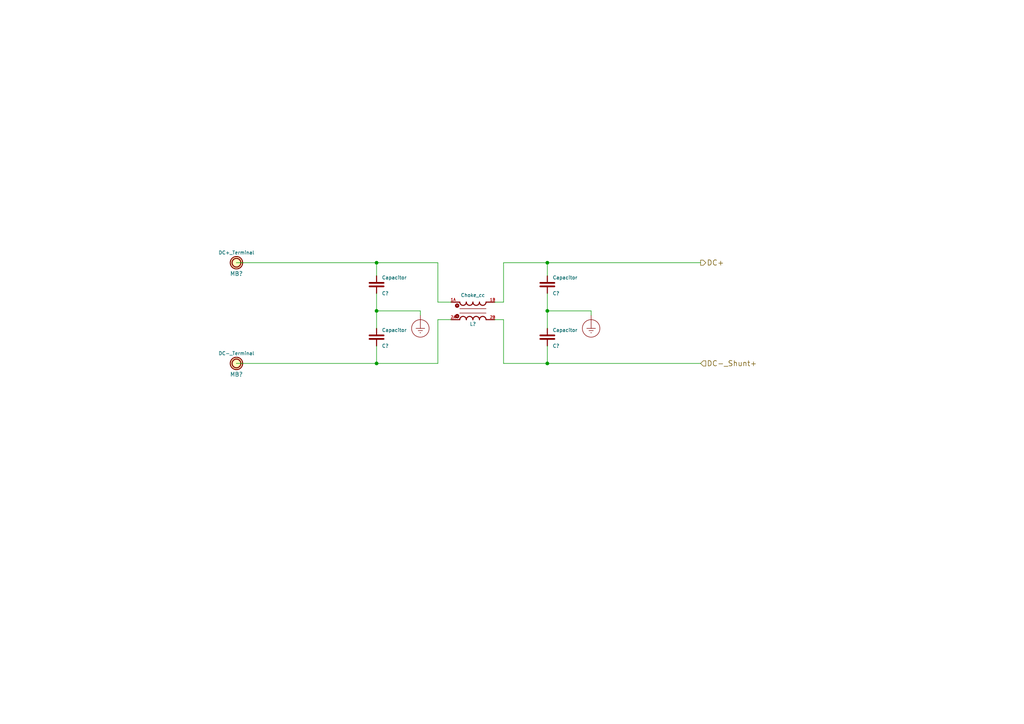
<source format=kicad_sch>
(kicad_sch (version 20211123) (generator eeschema)
  (paper "A4")
  (title_block (title "DC Input Terminals and Filter") (rev "0.1") (company "Open Source Solar Inverter Project"))
  (lib_symbols
    (symbol "OSSI_standard_components:Capacitor" (pin_numbers hide) (pin_names (offset 1.016) hide)
      (property "Reference" "C" (at 1.524 -2.54 0))
      (property "Value" "Capacitor" (at 1.524 2.032 0))
      (symbol "Capacitor_0_0"
        (polyline (pts (xy -2.032 -0.508) (xy 2.032 -0.508)) (stroke (width 0.508)))
        (polyline (pts (xy -2.032 0.508) (xy 2.032 0.508)) (stroke (width 0.508)))
        (polyline (pts (xy 0 -2.54) (xy 0 -0.635)) (stroke (width 0.3048)))
        (polyline (pts (xy 0 0.635) (xy 0 2.54)) (stroke (width 0.3048)))
        (pin passive line (at 0 -2.54 90) (length 0) (name "1") (number "1"))
        (pin passive line (at 0 2.54 270) (length 0) (name "2") (number "2"))
      )
    )
    (symbol "OSSI_standard_components:Choke_cc" (pin_names (offset 1.016) hide)
      (property "Reference" "L" (at 0 -3.81 0))
      (property "Value" "Choke_cc" (at 0 3.81 0))
      (symbol "Choke_cc_0_0"
        (circle (center -4.572 -1.524) (radius 0.127) (stroke (width 0.508)))
        (circle (center -4.572 1.524) (radius 0.127) (stroke (width 0.508)))
        (arc (start -3.81 2.54) (mid -2.8448 1.5748) (end -1.905 2.54) (stroke (width 0.3048)))
        (arc (start -1.905 -2.54) (mid -2.8448 -1.6002) (end -3.81 -2.54) (stroke (width 0.3048)))
        (arc (start -1.905 2.54) (mid -0.9398 1.5748) (end 0 2.54) (stroke (width 0.3048)))
        (arc (start 0 -2.54) (mid -0.9398 -1.6002) (end -1.905 -2.54) (stroke (width 0.3048)))
        (polyline (pts (xy -3.81 -2.54) (xy -6.35 -2.54)) (stroke (width 0.3048)))
        (polyline (pts (xy -3.81 2.54) (xy -6.35 2.54)) (stroke (width 0.3048)))
        (polyline (pts (xy 6.35 -2.54) (xy 3.81 -2.54)) (stroke (width 0.3048)))
        (polyline (pts (xy 6.35 2.54) (xy 3.81 2.54)) (stroke (width 0.3048)))
        (arc (start 0 2.54) (mid 0.9652 1.5748) (end 1.905 2.54) (stroke (width 0.3048)))
        (arc (start 1.905 -2.54) (mid 0.9652 -1.6002) (end 0 -2.54) (stroke (width 0.3048)))
        (arc (start 1.905 2.54) (mid 2.8702 1.5748) (end 3.81 2.54) (stroke (width 0.3048)))
        (arc (start 3.81 -2.54) (mid 2.8702 -1.6002) (end 1.905 -2.54) (stroke (width 0.3048)))
      )
      (symbol "Choke_cc_0_1"
        (polyline (pts (xy -3.81 -0.635) (xy 3.81 -0.635)))
        (polyline (pts (xy -3.81 0.635) (xy 3.81 0.635)))
      )
      (symbol "Choke_cc_1_1"
        (pin passive line (at -6.35 2.54 0) (length 1.27) (name "1A") (number "1A"))
        (pin passive line (at 6.35 2.54 180) (length 1.27) (name "1B") (number "1B"))
        (pin passive line (at -6.35 -2.54 0) (length 1.27) (name "2A") (number "2A"))
        (pin passive line (at 6.35 -2.54 180) (length 1.27) (name "2B") (number "2B"))
      )
    )
    (symbol "OSSI_standard_components:Earth_Protective" (power) (pin_names (offset 0))
      (symbol "Earth_Protective_0_1"
        (circle (center 0 -3.81) (radius 2.54))
        (polyline (pts (xy -0.635 -4.445) (xy 0.635 -4.445)))
        (polyline (pts (xy -0.127 -5.08) (xy 0.127 -5.08)))
        (polyline (pts (xy 0 -3.81) (xy 0 0)))
        (polyline (pts (xy 1.27 -3.81) (xy -1.27 -3.81)))
      )
      (symbol "Earth_Protective_1_1"
        (pin power_in line (at 0 0 270) (length 0) hide (name "Earth_Protective") (number "1"))
      )
    )
    (symbol "OSSI_standard_components:Plated_hole" (pin_numbers hide) (pin_names (offset 1.016) hide)
      (property "Reference" "MB" (at 0 -3.175 0))
      (property "Value" "Plated_hole" (at 0 2.921 0))
      (symbol "Plated_hole_0_0"
        (circle (center 0 0) (radius 1.27) (stroke (width 0.3048)))
        (circle (center 0 0) (radius 1.8034) (stroke (width 0.3048)) (fill (type background)))
        (pin passive line (at 0 0 0) (length 0) (name "1") (number "1"))
      )
    )
  )
  (junction (at 109.22 76.2))
  (junction (at 158.75 105.41))
  (junction (at 109.22 90.17))
  (junction (at 109.22 105.41))
  (junction (at 158.75 90.17))
  (junction (at 158.75 76.2))
  (wire (pts (xy 109.22 80.01) (xy 109.22 76.2)))
  (wire (pts (xy 121.92 90.17) (xy 109.22 90.17)))
  (wire (pts (xy 109.22 76.2) (xy 127 76.2)))
  (wire (pts (xy 146.05 87.63) (xy 146.05 76.2)))
  (wire (pts (xy 143.51 87.63) (xy 146.05 87.63)))
  (wire (pts (xy 121.92 91.44) (xy 121.92 90.17)))
  (wire (pts (xy 158.75 105.41) (xy 203.2 105.41)))
  (wire (pts (xy 146.05 105.41) (xy 158.75 105.41)))
  (wire (pts (xy 158.75 100.33) (xy 158.75 105.41)))
  (wire (pts (xy 127 92.71) (xy 127 105.41)))
  (wire (pts (xy 127 76.2) (xy 127 87.63)))
  (wire (pts (xy 158.75 80.01) (xy 158.75 76.2)))
  (wire (pts (xy 146.05 76.2) (xy 158.75 76.2)))
  (wire (pts (xy 171.45 90.17) (xy 158.75 90.17)))
  (wire (pts (xy 109.22 100.33) (xy 109.22 105.41)))
  (wire (pts (xy 68.58 76.2) (xy 109.22 76.2)))
  (wire (pts (xy 158.75 76.2) (xy 203.2 76.2)))
  (wire (pts (xy 109.22 105.41) (xy 127 105.41)))
  (wire (pts (xy 143.51 92.71) (xy 146.05 92.71)))
  (wire (pts (xy 109.22 85.09) (xy 109.22 90.17)))
  (wire (pts (xy 127 87.63) (xy 130.81 87.63)))
  (wire (pts (xy 68.58 105.41) (xy 109.22 105.41)))
  (wire (pts (xy 158.75 90.17) (xy 158.75 95.25)))
  (wire (pts (xy 146.05 92.71) (xy 146.05 105.41)))
  (wire (pts (xy 109.22 90.17) (xy 109.22 95.25)))
  (wire (pts (xy 127 92.71) (xy 130.81 92.71)))
  (wire (pts (xy 158.75 85.09) (xy 158.75 90.17)))
  (wire (pts (xy 171.45 91.44) (xy 171.45 90.17)))
  (hierarchical_label "DC+" (shape output) (at 203.2 76.2 0) (effects (font (size 1.524 1.524))))
  (hierarchical_label "DC-_Shunt+" (shape input) (at 203.2 105.41 0) (effects (font (size 1.524 1.524))))
  (symbol (lib_id "OSSI_standard_components:Earth_Protective") (at 121.92 91.44 0) (unit 1)
    (property "Reference" "#PWR01" (effects hide))
    (property "Value" "Earth_Protective" (effects hide))
  )
  (symbol (lib_id "OSSI_standard_components:Earth_Protective") (at 171.45 91.44 0) (unit 1)
    (property "Reference" "#PWR02" (effects hide))
    (property "Value" "Earth_Protective" (effects hide))
  )
  (symbol (lib_id "OSSI_standard_components:Capacitor") (at 109.22 82.55 0) (unit 1)
    (property "Reference" "C?" (at 110.744 85.09 0) (effects (font (size 0.9906 0.9906)) (justify left)))
    (property "Value" "Capacitor" (at 110.744 80.518 0) (effects (font (size 0.9906 0.9906)) (justify left)))
    (property "Tolerance" "%" (effects hide))
    (property "Manufacturer" "M" (effects hide))
    (property "Partnumber" "P" (effects hide))
    (property "Supplier" "S" (effects hide))
    (property "Order No." "O.No." (effects hide))
  )
  (symbol (lib_id "OSSI_standard_components:Capacitor") (at 109.22 97.79 0) (unit 1)
    (property "Reference" "C?" (at 110.744 100.33 0) (effects (font (size 0.9906 0.9906)) (justify left)))
    (property "Value" "Capacitor" (at 110.744 95.758 0) (effects (font (size 0.9906 0.9906)) (justify left)))
    (property "Tolerance" "%" (effects hide))
    (property "Manufacturer" "M" (effects hide))
    (property "Partnumber" "P" (effects hide))
    (property "Supplier" "S" (effects hide))
    (property "Order No." "O.No." (effects hide))
  )
  (symbol (lib_id "OSSI_standard_components:Capacitor") (at 158.75 82.55 0) (unit 1)
    (property "Reference" "C?" (at 160.274 85.09 0) (effects (font (size 0.9906 0.9906)) (justify left)))
    (property "Value" "Capacitor" (at 160.274 80.518 0) (effects (font (size 0.9906 0.9906)) (justify left)))
    (property "Tolerance" "%" (effects hide))
    (property "Manufacturer" "M" (effects hide))
    (property "Partnumber" "P" (effects hide))
    (property "Supplier" "S" (effects hide))
    (property "Order No." "O.No." (effects hide))
  )
  (symbol (lib_id "OSSI_standard_components:Capacitor") (at 158.75 97.79 0) (unit 1)
    (property "Reference" "C?" (at 160.274 100.33 0) (effects (font (size 0.9906 0.9906)) (justify left)))
    (property "Value" "Capacitor" (at 160.274 95.758 0) (effects (font (size 0.9906 0.9906)) (justify left)))
    (property "Tolerance" "%" (effects hide))
    (property "Manufacturer" "M" (effects hide))
    (property "Partnumber" "P" (effects hide))
    (property "Supplier" "S" (effects hide))
    (property "Order No." "O.No." (effects hide))
  )
  (symbol (lib_id "OSSI_standard_components:Plated_hole") (at 68.58 76.2 0) (unit 1)
    (property "Reference" "MB?" (at 68.58 79.375 0) (effects (font (size 1.1938 1.1938))))
    (property "Value" "DC+_Terminal" (at 68.58 73.279 0) (effects (font (size 0.9906 0.9906))))
  )
  (symbol (lib_id "OSSI_standard_components:Plated_hole") (at 68.58 105.41 0) (unit 1)
    (property "Reference" "MB?" (at 68.58 108.585 0) (effects (font (size 1.1938 1.1938))))
    (property "Value" "DC-_Terminal" (at 68.58 102.489 0) (effects (font (size 0.9906 0.9906))))
  )
  (symbol (lib_id "OSSI_standard_components:Choke_cc") (at 137.16 90.17 0) (unit 1)
    (property "Reference" "L?" (at 137.16 93.98 0) (effects (font (size 0.9906 0.9906))))
    (property "Value" "Choke_cc" (at 137.16 85.6234 0) (effects (font (size 0.9906 0.9906))))
    (property "Manufacturer" "M" (effects hide))
    (property "Partnumber" "P" (effects hide))
    (property "Supplier" "S" (effects hide))
    (property "Order No." "O.No." (effects hide))
  )
)
</source>
